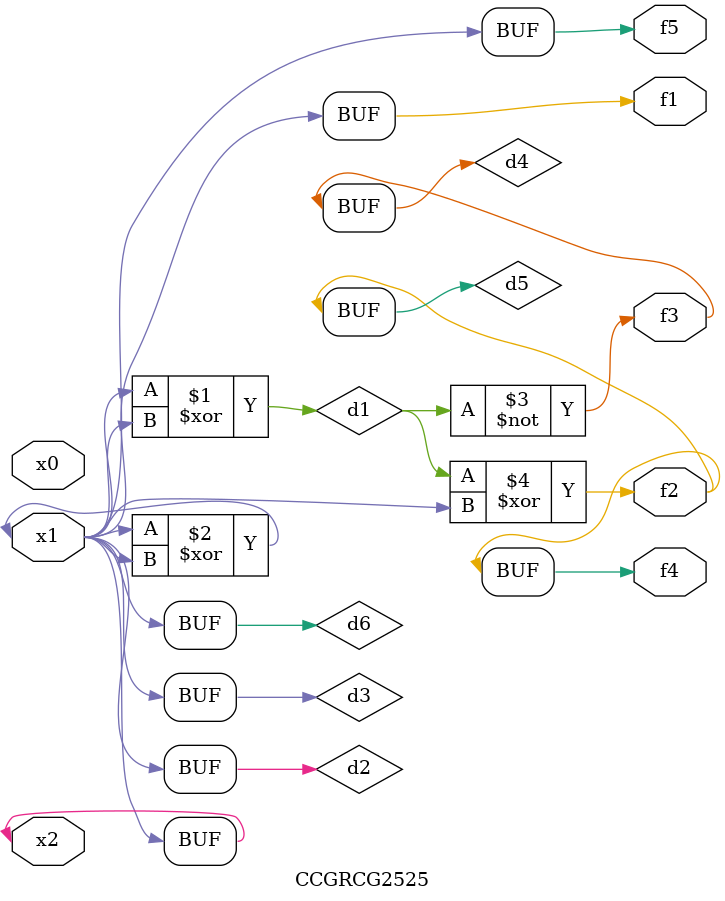
<source format=v>
module CCGRCG2525(
	input x0, x1, x2,
	output f1, f2, f3, f4, f5
);

	wire d1, d2, d3, d4, d5, d6;

	xor (d1, x1, x2);
	buf (d2, x1, x2);
	xor (d3, x1, x2);
	nor (d4, d1);
	xor (d5, d1, d2);
	buf (d6, d2, d3);
	assign f1 = d6;
	assign f2 = d5;
	assign f3 = d4;
	assign f4 = d5;
	assign f5 = d6;
endmodule

</source>
